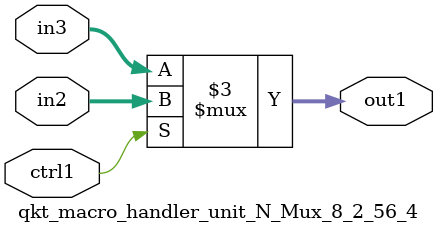
<source format=v>

`timescale 1ps / 1ps


module qkt_macro_handler_unit_N_Mux_8_2_56_4( in3, in2, ctrl1, out1 );

    input [7:0] in3;
    input [7:0] in2;
    input ctrl1;
    output [7:0] out1;
    reg [7:0] out1;

    
    // rtl_process:qkt_macro_handler_unit_N_Mux_8_2_56_4/qkt_macro_handler_unit_N_Mux_8_2_56_4_thread_1
    always @*
      begin : qkt_macro_handler_unit_N_Mux_8_2_56_4_thread_1
        case (ctrl1) 
          1'b1: 
            begin
              out1 = in2;
            end
          default: 
            begin
              out1 = in3;
            end
        endcase
      end

endmodule





</source>
